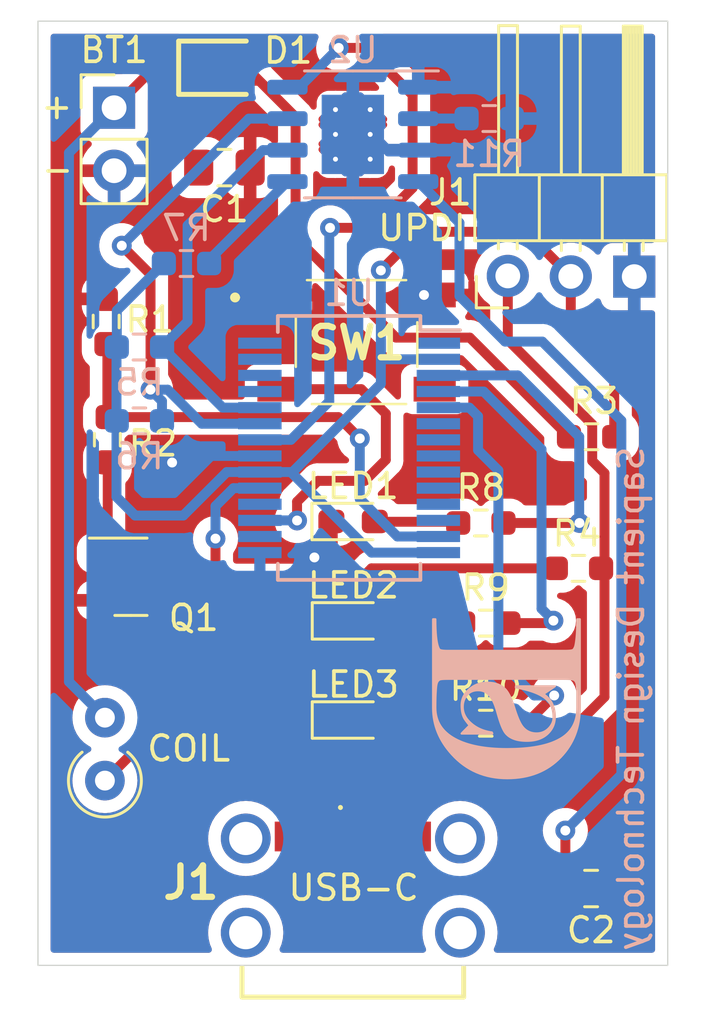
<source format=kicad_pcb>
(kicad_pcb (version 20211014) (generator pcbnew)
  (layers (0 "F.Cu" signal) (31 "B.Cu" signal) (34 "B.Paste" user) (35 "F.Paste" user) (36 "B.SilkS" user "B.Silkscreen") (37 "F.SilkS" user "F.Silkscreen") (38 "B.Mask" user) (39 "F.Mask" user) (44 "Edge.Cuts" user))
  (net 0 "")
  (net 1 "GND")
  (net 2 "Net-(C2-Pad2)")
  (net 3 "Net-(D2-Pad2)")
  (net 4 "Net-(D3-Pad2)")
  (net 5 "Net-(BT1-Pad1)")
  (net 6 "Net-(J1-Pad3)")
  (net 9 "Net-(L1-Pad1)")
  (net 10 "Net-(D4-Pad2)")
  (net 11 "Net-(R5-Pad2)")
  (net 22 "Net-(U1-Pad22)")
  (net 23 "Net-(R8-Pad2)")
  (net 30 "Net-(Q1-Pad1)")
  (net 31 "Net-(R6-Pad2)")
  (net 32 "Net-(SW1-Pad3)")
  (net 33 "Net-(R4-Pad1)")
  (net 34 "Net-(R9-Pad2)")
  (net 35 "Net-(R11-Pad1)")
  (net 36 "Net-(R1-Pad2)")
  (net 37 "Net-(R7-Pad1)")
  (net 38 "Net-(R10-Pad2)")
  (net 39 "Net-(J1-Pad2)")
  (net 41 "Net-(C1-Pad2)")
  (net 42 "Net-(L1-Pad2)")
  (footprint "SamacSys:USB4125GFA0190" (layer "F.Cu") (at 101.6 86.78)
    (fp_text reference "J1" (at -6.53 -1.22) (layer "F.SilkS") (effects (font (size 1.27 1.27) (thickness 0.254))))
    (fp_text value "USB4125GFA0190" hide)
    (pad "A5" smd rect locked (at -0.5 -3.08) (size 0.7 1.2) (layers "F.Cu" "F.Paste" "F.Mask") (net 6 "Net-(J1-Pad3)"))
    (pad "A9" smd rect locked (at 1.52 -3.08) (size 0.76 1.2) (layers "F.Cu" "F.Paste" "F.Mask") (net 2 "Net-(C2-Pad2)"))
    (pad "A12" smd rect locked (at 2.75 -3.08) (size 0.8 1.2) (layers "F.Cu" "F.Paste" "F.Mask") (net 1 "GND"))
    (pad "B5" smd rect locked (at 0.5 -3.08) (size 0.7 1.2) (layers "F.Cu" "F.Paste" "F.Mask") (net 6 "Net-(J1-Pad3)"))
    (pad "B9" smd rect locked (at -1.52 -3.08) (size 0.76 1.2) (layers "F.Cu" "F.Paste" "F.Mask") (net 2 "Net-(C2-Pad2)"))
    (pad "B12" smd rect locked (at -2.75 -3.08) (size 0.8 1.2) (layers "F.Cu" "F.Paste" "F.Mask") (net 1 "GND"))
    (pad "MH1" thru_hole circle locked (at -4.32 -3) (size 2.01 2.01) (drill 1.34) (layers *.Cu *.Mask))
    (pad "MH2" thru_hole circle locked (at -4.32 0.8) (size 2.01 2.01) (drill 1.34) (layers *.Cu *.Mask))
    (pad "MH3" thru_hole circle locked (at 4.32 0.8) (size 2.01 2.01) (drill 1.34) (layers *.Cu *.Mask))
    (pad "MH4" thru_hole circle locked (at 4.32 -3) (size 2.01 2.01) (drill 1.34) (layers *.Cu *.Mask))
  )
  (footprint "Resistor_SMD:R_0603_1608Metric_Pad0.98x0.95mm_HandSolder" (layer "F.Cu") (at 110.7 72.88)
    (fp_text reference "R4" (at -0.06 -1.4) (layer "F.SilkS"))
    (fp_text value "4.7K")
    (pad "1" smd roundrect (at -0.9125 0) (size 0.975 0.95) (layers "F.Cu" "F.Paste" "F.Mask") (net 33 "Net-(R4-Pad1)"))
    (pad "2" smd roundrect (at 0.9125 0) (size 0.975 0.95) (layers "F.Cu" "F.Paste" "F.Mask") (net 6 "Net-(J1-Pad3)"))
  )
  (footprint "LED_SMD:LED_0603_1608Metric_Pad1.05x0.95mm_HandSolder" (layer "F.Cu") (at 101.6225 79)
    (fp_text reference "LED3" (at 0 -1.43) (layer "F.SilkS"))
    (fp_text value "LED")
    (pad "1" smd roundrect (at -0.875 0) (size 1.05 0.95) (layers "F.Cu" "F.Paste" "F.Mask") (net 1 "GND"))
    (pad "2" smd roundrect (at 0.875 0) (size 1.05 0.95) (layers "F.Cu" "F.Paste" "F.Mask") (net 10 "Net-(D4-Pad2)"))
  )
  (footprint "Resistor_SMD:R_0603_1608Metric_Pad0.98x0.95mm_HandSolder" (layer "F.Cu") (at 106.7625 71.05)
    (fp_text reference "R8" (at 0 -1.43) (layer "F.SilkS"))
    (fp_text value "1K")
    (pad "1" smd roundrect (at -0.9125 0) (size 0.975 0.95) (layers "F.Cu" "F.Paste" "F.Mask") (net 3 "Net-(D2-Pad2)"))
    (pad "2" smd roundrect (at 0.9125 0) (size 0.975 0.95) (layers "F.Cu" "F.Paste" "F.Mask") (net 23 "Net-(R8-Pad2)"))
  )
  (footprint "LED_SMD:LED_0603_1608Metric_Pad1.05x0.95mm_HandSolder" (layer "F.Cu") (at 101.6225 75)
    (fp_text reference "LED2" (at 0 -1.43) (layer "F.SilkS"))
    (fp_text value "LED")
    (pad "1" smd roundrect (at -0.875 0) (size 1.05 0.95) (layers "F.Cu" "F.Paste" "F.Mask") (net 1 "GND"))
    (pad "2" smd roundrect (at 0.875 0) (size 1.05 0.95) (layers "F.Cu" "F.Paste" "F.Mask") (net 4 "Net-(D3-Pad2)"))
  )
  (footprint "Connector_PinHeader_2.54mm:PinHeader_1x03_P2.54mm_Horizontal" (layer "F.Cu") (at 107.85 61.1 90)
    (fp_text reference "J1" (at 3.39 -2.32) (layer "F.SilkS"))
    (fp_text value "Conn_01x03_Male")
    (pad "1" thru_hole rect (at -0.01 5.1 90) (size 1.7 1.7) (drill 1) (layers *.Cu *.Mask) (net 1 "GND"))
    (pad "2" thru_hole oval (at 0 2.54 90) (size 1.7 1.7) (drill 1) (layers *.Cu *.Mask) (net 39 "Net-(J1-Pad2)"))
    (pad "3" thru_hole oval (at 0.02 0 90) (size 1.7 1.7) (drill 1) (layers *.Cu *.Mask) (net 6 "Net-(J1-Pad3)"))
  )
  (footprint "SamacSys:814375651" (layer "F.Cu") (at 101.75 63.75)
    (fp_text reference "SW1" (at 0.01 0.04) (layer "F.SilkS") (effects (font (size 1.27 1.27) (thickness 0.254))))
    (fp_text value "btn" hide)
    (pad "1" smd rect locked (at -3.15 -1.9 90) (size 1 1.7) (layers "F.Cu" "F.Paste" "F.Mask") (net 1 "GND"))
    (pad "2" smd rect locked (at 3.15 -1.9 90) (size 1 1.7) (layers "F.Cu" "F.Paste" "F.Mask") (net 1 "GND"))
    (pad "3" smd rect locked (at -3.15 1.9 90) (size 1 1.7) (layers "F.Cu" "F.Paste" "F.Mask") (net 32 "Net-(SW1-Pad3)"))
    (pad "4" smd rect locked (at 3.15 1.9 90) (size 1 1.7) (layers "F.Cu" "F.Paste" "F.Mask"))
  )
  (footprint "Resistor_SMD:R_0603_1608Metric_Pad0.98x0.95mm_HandSolder" (layer "F.Cu") (at 91.65 62.92 -90)
    (fp_text reference "R1" (at -0.08 -1.76) (layer "F.SilkS"))
    (fp_text value "100K")
    (pad "1" smd roundrect (at -0.9125 0 270) (size 0.975 0.95) (layers "F.Cu" "F.Paste" "F.Mask") (net 1 "GND"))
    (pad "2" smd roundrect (at 0.9125 0 270) (size 0.975 0.95) (layers "F.Cu" "F.Paste" "F.Mask") (net 36 "Net-(R1-Pad2)"))
  )
  (footprint "Inductor_THT:L_Axial_L6.6mm_D2.7mm_P2.54mm_Vertical_Vishay_IM-2" (layer "F.Cu") (at 91.6 81.445 90)
    (fp_text reference "COIL" (at 1.295 3.38) (layer "F.SilkS"))
    (fp_text value "2 Ohm")
    (pad "1" thru_hole circle (at 0 0 90) (size 1.6 1.6) (drill 0.8) (layers *.Cu *.Mask) (net 9 "Net-(L1-Pad1)"))
    (pad "2" thru_hole oval (at 2.54 0 90) (size 1.6 1.6) (drill 0.8) (layers *.Cu *.Mask) (net 42 "Net-(L1-Pad2)"))
  )
  (footprint "Resistor_SMD:R_0603_1608Metric_Pad0.98x0.95mm_HandSolder" (layer "F.Cu") (at 91.7 67.69 90)
    (fp_text reference "R2" (at -0.15 1.84) (layer "F.SilkS"))
    (fp_text value "4.7K")
    (pad "1" smd roundrect (at -0.9125 0 90) (size 0.975 0.95) (layers "F.Cu" "F.Paste" "F.Mask") (net 30 "Net-(Q1-Pad1)"))
    (pad "2" smd roundrect (at 0.9125 0 90) (size 0.975 0.95) (layers "F.Cu" "F.Paste" "F.Mask") (net 36 "Net-(R1-Pad2)"))
  )
  (footprint "Resistor_SMD:R_0603_1608Metric_Pad0.98x0.95mm_HandSolder" (layer "F.Cu") (at 106.96 79.13)
    (fp_text reference "R10" (at 0 -1.43) (layer "F.SilkS"))
    (fp_text value "1K")
    (pad "1" smd roundrect (at -0.9125 0) (size 0.975 0.95) (layers "F.Cu" "F.Paste" "F.Mask") (net 10 "Net-(D4-Pad2)"))
    (pad "2" smd roundrect (at 0.9125 0) (size 0.975 0.95) (layers "F.Cu" "F.Paste" "F.Mask") (net 38 "Net-(R10-Pad2)"))
  )
  (footprint "LED_SMD:LED_0603_1608Metric_Pad1.05x0.95mm_HandSolder" (layer "F.Cu") (at 101.61 70.99)
    (fp_text reference "LED1" (at 0 -1.43) (layer "F.SilkS"))
    (fp_text value "LED")
    (pad "1" smd roundrect (at -0.875 0) (size 1.05 0.95) (layers "F.Cu" "F.Paste" "F.Mask") (net 1 "GND"))
    (pad "2" smd roundrect (at 0.875 0) (size 1.05 0.95) (layers "F.Cu" "F.Paste" "F.Mask") (net 3 "Net-(D2-Pad2)"))
  )
  (footprint "Capacitor_SMD:C_0805_2012Metric_Pad1.18x1.45mm_HandSolder" (layer "F.Cu") (at 111.21 85.8 180)
    (fp_text reference "C2" (at 0 -1.68) (layer "F.SilkS"))
    (fp_text value "10uF")
    (pad "1" smd roundrect (at -1.0375 0 180) (size 1.175 1.45) (layers "F.Cu" "F.Paste" "F.Mask") (roundrect_rratio 0.2127659574) (net 1 "GND"))
    (pad "2" smd roundrect (at 1.0375 0 180) (size 1.175 1.45) (layers "F.Cu" "F.Paste" "F.Mask") (roundrect_rratio 0.2127659574) (net 2 "Net-(C2-Pad2)"))
  )
  (footprint "Package_TO_SOT_SMD:SOT-23" (layer "F.Cu") (at 92.65 73.22)
    (fp_text reference "Q1" (at 2.53 1.66) (layer "F.SilkS"))
    (fp_text value "AO3400A")
    (pad "1" smd roundrect (at -0.9375 -0.95) (size 1.475 0.6) (layers "F.Cu" "F.Paste" "F.Mask") (net 30 "Net-(Q1-Pad1)"))
    (pad "2" smd roundrect (at -0.9375 0.95) (size 1.475 0.6) (layers "F.Cu" "F.Paste" "F.Mask") (net 1 "GND"))
    (pad "3" smd roundrect (at 0.9375 0) (size 1.475 0.6) (layers "F.Cu" "F.Paste" "F.Mask") (net 9 "Net-(L1-Pad1)"))
  )
  (footprint "Capacitor_SMD:C_0805_2012Metric_Pad1.18x1.45mm_HandSolder" (layer "F.Cu") (at 96.42 56.71 180)
    (fp_text reference "C1" (at 0 -1.68 180) (layer "F.SilkS"))
    (fp_text value "10uF")
    (pad "1" smd roundrect (at -1.0375 0 180) (size 1.175 1.45) (layers "F.Cu" "F.Paste" "F.Mask") (roundrect_rratio 0.2127659574) (net 1 "GND"))
    (pad "2" smd roundrect (at 1.0375 0 180) (size 1.175 1.45) (layers "F.Cu" "F.Paste" "F.Mask") (roundrect_rratio 0.2127659574) (net 5 "Net-(BT1-Pad1)"))
  )
  (footprint "Connector_PinHeader_2.54mm:PinHeader_1x02_P2.54mm_Vertical" (layer "F.Cu") (at 91.97 54.295)
    (fp_text reference "BT1" (at 0 -2.33) (layer "F.SilkS"))
    (fp_text value "Battery_Cell")
    (pad "1" thru_hole rect (at 0 0) (size 1.7 1.7) (drill 1) (layers *.Cu *.Mask) (net 42 "Net-(L1-Pad2)"))
    (pad "2" thru_hole oval (at 0 2.54) (size 1.7 1.7) (drill 1) (layers *.Cu *.Mask) (net 1 "GND"))
  )
  (footprint "SamacSys:DIOC2013X100N" (layer "F.Cu") (at 96.35 52.68)
    (fp_text reference "D1" (at 2.64 -0.69) (layer "F.SilkS"))
    (fp_text value "D_Schottky" hide)
    (pad "1" smd rect locked (at -0.95 0) (size 0.95 1.45) (layers "F.Cu" "F.Paste" "F.Mask") (net 42 "Net-(L1-Pad2)"))
    (pad "2" smd rect locked (at 0.95 0) (size 0.95 1.45) (layers "F.Cu" "F.Paste" "F.Mask") (net 41 "Net-(C1-Pad2)"))
  )
  (footprint "Resistor_SMD:R_0603_1608Metric_Pad0.98x0.95mm_HandSolder" (layer "F.Cu") (at 106.9625 75.09)
    (fp_text reference "R9" (at 0 -1.43) (layer "F.SilkS"))
    (fp_text value "1K")
    (pad "1" smd roundrect (at -0.9125 0) (size 0.975 0.95) (layers "F.Cu" "F.Paste" "F.Mask") (net 4 "Net-(D3-Pad2)"))
    (pad "2" smd roundrect (at 0.9125 0) (size 0.975 0.95) (layers "F.Cu" "F.Paste" "F.Mask") (net 34 "Net-(R9-Pad2)"))
  )
  (footprint "Resistor_SMD:R_0603_1608Metric_Pad0.98x0.95mm_HandSolder" (layer "F.Cu") (at 111.23 67.57)
    (fp_text reference "R3" (at 0.1 -1.44) (layer "F.SilkS"))
    (fp_text value "100")
    (pad "1" smd roundrect (at -0.9125 0) (size 0.975 0.95) (layers "F.Cu" "F.Paste" "F.Mask") (net 41 "Net-(C1-Pad2)"))
    (pad "2" smd roundrect (at 0.9125 0) (size 0.975 0.95) (layers "F.Cu" "F.Paste" "F.Mask") (net 39 "Net-(J1-Pad2)"))
  )
  (footprint "Package_SO:SSOP-28_5.3x10.2mm_P0.65mm" (layer "B.Cu") (at 101.45 68.02 180)
    (fp_text reference "U1" (at 0 6.25) (layer "B.SilkS") (effects (justify mirror)))
    (fp_text value "ATmega3208-X")
    (pad "1" smd rect (at -3.6 4.225 180) (size 1.75 0.45) (layers "B.Cu" "B.Paste" "B.Mask"))
    (pad "2" smd rect (at -3.6 3.575 180) (size 1.75 0.45) (layers "B.Cu" "B.Paste" "B.Mask") (net 39 "Net-(J1-Pad2)"))
    (pad "3" smd rect (at -3.6 2.925 180) (size 1.75 0.45) (layers "B.Cu" "B.Paste" "B.Mask") (net 23 "Net-(R8-Pad2)"))
    (pad "4" smd rect (at -3.6 2.275 180) (size 1.75 0.45) (layers "B.Cu" "B.Paste" "B.Mask") (net 34 "Net-(R9-Pad2)"))
    (pad "5" smd rect (at -3.6 1.625 180) (size 1.75 0.45) (layers "B.Cu" "B.Paste" "B.Mask") (net 38 "Net-(R10-Pad2)"))
    (pad "6" smd rect (at -3.6 0.975 180) (size 1.75 0.45) (layers "B.Cu" "B.Paste" "B.Mask"))
    (pad "7" smd rect (at -3.6 0.325 180) (size 1.75 0.45) (layers "B.Cu" "B.Paste" "B.Mask"))
    (pad "8" smd rect (at -3.6 -0.325 180) (size 1.75 0.45) (layers "B.Cu" "B.Paste" "B.Mask"))
    (pad "9" smd rect (at -3.6 -0.975 180) (size 1.75 0.45) (layers "B.Cu" "B.Paste" "B.Mask"))
    (pad "10" smd rect (at -3.6 -1.625 180) (size 1.75 0.45) (layers "B.Cu" "B.Paste" "B.Mask"))
    (pad "11" smd rect (at -3.6 -2.275 180) (size 1.75 0.45) (layers "B.Cu" "B.Paste" "B.Mask"))
    (pad "12" smd rect (at -3.6 -2.925 180) (size 1.75 0.45) (layers "B.Cu" "B.Paste" "B.Mask"))
    (pad "13" smd rect (at -3.6 -3.575 180) (size 1.75 0.45) (layers "B.Cu" "B.Paste" "B.Mask") (net 36 "Net-(R1-Pad2)"))
    (pad "14" smd rect (at -3.6 -4.225 180) (size 1.75 0.45) (layers "B.Cu" "B.Paste" "B.Mask") (net 39 "Net-(J1-Pad2)"))
    (pad "15" smd rect (at 3.6 -4.225 180) (size 1.75 0.45) (layers "B.Cu" "B.Paste" "B.Mask") (net 1 "GND"))
    (pad "16" smd rect (at 3.6 -3.575 180) (size 1.75 0.45) (layers "B.Cu" "B.Paste" "B.Mask"))
    (pad "17" smd rect (at 3.6 -2.925 180) (size 1.75 0.45) (layers "B.Cu" "B.Paste" "B.Mask") (net 32 "Net-(SW1-Pad3)"))
    (pad "18" smd rect (at 3.6 -2.275 180) (size 1.75 0.45) (layers "B.Cu" "B.Paste" "B.Mask"))
    (pad "19" smd rect (at 3.6 -1.625 180) (size 1.75 0.45) (layers "B.Cu" "B.Paste" "B.Mask") (net 33 "Net-(R4-Pad1)"))
    (pad "20" smd rect (at 3.6 -0.975 180) (size 1.75 0.45) (layers "B.Cu" "B.Paste" "B.Mask") (net 39 "Net-(J1-Pad2)"))
    (pad "21" smd rect (at 3.6 -0.325 180) (size 1.75 0.45) (layers "B.Cu" "B.Paste" "B.Mask") (net 1 "GND"))
    (pad "22" smd rect (at 3.6 0.325 180) (size 1.75 0.45) (layers "B.Cu" "B.Paste" "B.Mask") (net 22 "Net-(U1-Pad22)"))
    (pad "23" smd rect (at 3.6 0.975 180) (size 1.75 0.45) (layers "B.Cu" "B.Paste" "B.Mask") (net 31 "Net-(R6-Pad2)"))
    (pad "24" smd rect (at 3.6 1.625 180) (size 1.75 0.45) (layers "B.Cu" "B.Paste" "B.Mask") (net 11 "Net-(R5-Pad2)"))
    (pad "25" smd rect (at 3.6 2.275 180) (size 1.75 0.45) (layers "B.Cu" "B.Paste" "B.Mask"))
    (pad "26" smd rect (at 3.6 2.925 180) (size 1.75 0.45) (layers "B.Cu" "B.Paste" "B.Mask"))
    (pad "27" smd rect (at 3.6 3.575 180) (size 1.75 0.45) (layers "B.Cu" "B.Paste" "B.Mask"))
    (pad "28" smd rect (at 3.6 4.225 180) (size 1.75 0.45) (layers "B.Cu" "B.Paste" "B.Mask"))
  )
  (footprint "Resistor_SMD:R_0603_1608Metric_Pad0.98x0.95mm_HandSolder" (layer "B.Cu") (at 94.89 60.58 180)
    (fp_text reference "R7" (at 0 1.43) (layer "B.SilkS") (effects (justify mirror)))
    (fp_text value "100K")
    (pad "1" smd roundrect (at -0.9125 0 180) (size 0.975 0.95) (layers "B.Cu" "B.Paste" "B.Mask") (net 37 "Net-(R7-Pad1)"))
    (pad "2" smd roundrect (at 0.9125 0 180) (size 0.975 0.95) (layers "B.Cu" "B.Paste" "B.Mask") (net 39 "Net-(J1-Pad2)"))
  )
  (footprint "Package_SO:SOIC-8-1EP_3.9x4.9mm_P1.27mm_EP2.514x3.2mm_ThermalVias" (layer "B.Cu") (at 101.6 55.37 180)
    (fp_text reference "U2" (at 0 3.4) (layer "B.SilkS") (effects (justify mirror)))
    (fp_text value "TP4056")
    (pad "1" smd roundrect (at -2.6375 1.905 180) (size 1.625 0.6) (layers "B.Cu" "B.Paste" "B.Mask") (net 1 "GND"))
    (pad "2" smd roundrect (at -2.6375 0.635 180) (size 1.625 0.6) (layers "B.Cu" "B.Paste" "B.Mask") (net 35 "Net-(R11-Pad1)"))
    (pad "3" smd roundrect (at -2.6375 -0.635 180) (size 1.625 0.6) (layers "B.Cu" "B.Paste" "B.Mask") (net 1 "GND"))
    (pad "4" smd roundrect (at -2.6375 -1.905 180) (size 1.625 0.6) (layers "B.Cu" "B.Paste" "B.Mask") (net 2 "Net-(C2-Pad2)"))
    (pad "5" smd roundrect (at 2.6375 -1.905 180) (size 1.625 0.6) (layers "B.Cu" "B.Paste" "B.Mask") (net 37 "Net-(R7-Pad1)"))
    (pad "6" smd roundrect (at 2.6375 -0.635 180) (size 1.625 0.6) (layers "B.Cu" "B.Paste" "B.Mask") (net 11 "Net-(R5-Pad2)"))
    (pad "7" smd roundrect (at 2.6375 0.635 180) (size 1.625 0.6) (layers "B.Cu" "B.Paste" "B.Mask") (net 31 "Net-(R6-Pad2)"))
    (pad "8" smd roundrect (at 2.6375 1.905 180) (size 1.625 0.6) (layers "B.Cu" "B.Paste" "B.Mask") (net 22 "Net-(U1-Pad22)"))
    (pad "9" thru_hole circle (at 0.7 0 180) (size 0.5 0.5) (drill 0.2) (layers *.Cu) (net 1 "GND"))
    (pad "9" smd rect (at 0 0 180) (size 1.9 2.5) (layers "F.Cu") (net 1 "GND"))
    (pad "9" thru_hole circle (at -0.7 -1 180) (size 0.5 0.5) (drill 0.2) (layers *.Cu) (net 1 "GND"))
    (pad "9" smd rect (at 0 0 180) (size 2.514 3.2) (layers "B.Cu" "B.Mask") (net 1 "GND"))
    (pad "9" thru_hole circle (at 0.7 -1 180) (size 0.5 0.5) (drill 0.2) (layers *.Cu) (net 1 "GND"))
    (pad "9" thru_hole circle (at -0.7 1 180) (size 0.5 0.5) (drill 0.2) (layers *.Cu) (net 1 "GND"))
    (pad "9" thru_hole circle (at 0.7 1 180) (size 0.5 0.5) (drill 0.2) (layers *.Cu) (net 1 "GND"))
    (pad "9" thru_hole circle (at -0.7 0 180) (size 0.5 0.5) (drill 0.2) (layers *.Cu) (net 1 "GND"))
  )
  (footprint "Resistor_SMD:R_0603_1608Metric_Pad0.98x0.95mm_HandSolder" (layer "B.Cu") (at 92.99 66.93)
    (fp_text reference "R6" (at 0 1.43) (layer "B.SilkS") (effects (justify mirror)))
    (fp_text value "4.7K")
    (pad "1" smd roundrect (at -0.9125 0) (size 0.975 0.95) (layers "B.Cu" "B.Paste" "B.Mask") (net 39 "Net-(J1-Pad2)"))
    (pad "2" smd roundrect (at 0.9125 0) (size 0.975 0.95) (layers "B.Cu" "B.Paste" "B.Mask") (net 31 "Net-(R6-Pad2)"))
  )
  (footprint "Resistor_SMD:R_0603_1608Metric_Pad0.98x0.95mm_HandSolder" (layer "B.Cu") (at 107.1 54.73)
    (fp_text reference "R11" (at 0 1.43) (layer "B.SilkS") (effects (justify mirror)))
    (fp_text value "2.8K")
    (pad "1" smd roundrect (at -0.9125 0) (size 0.975 0.95) (layers "B.Cu" "B.Paste" "B.Mask") (net 35 "Net-(R11-Pad1)"))
    (pad "2" smd roundrect (at 0.9125 0) (size 0.975 0.95) (layers "B.Cu" "B.Paste" "B.Mask") (net 1 "GND"))
  )
  (footprint "Resistor_SMD:R_0603_1608Metric_Pad0.98x0.95mm_HandSolder" (layer "B.Cu") (at 92.9925 63.95)
    (fp_text reference "R5" (at 0 1.43) (layer "B.SilkS") (effects (justify mirror)))
    (fp_text value "4.7K")
    (pad "1" smd roundrect (at -0.9125 0) (size 0.975 0.95) (layers "B.Cu" "B.Paste" "B.Mask") (net 39 "Net-(J1-Pad2)"))
    (pad "2" smd roundrect (at 0.9125 0) (size 0.975 0.95) (layers "B.Cu" "B.Paste" "B.Mask") (net 11 "Net-(R5-Pad2)"))
  )
  (gr_poly (pts (xy 105.987127 78.407366) (xy 105.988325 78.361318) (xy 105.991919 78.316045) (xy 105.997909 78.271545) (xy 106.006295 78.227818) (xy 106.017078 78.184866) (xy 106.030256 78.142687) (xy 106.045831 78.101282) (xy 106.063803 78.060651) (xy 106.08417 78.020794) (xy 106.106934 77.98171) (xy 106.132094 77.943401) (xy 106.15965 77.905865) (xy 106.189603 77.869103) (xy 106.221952 77.833115) (xy 106.256698 77.797901) (xy 106.29384 77.763461) (xy 106.332002 77.731072) (xy 106.371228 77.700772) (xy 106.411519 77.672562) (xy 106.452874 77.646441) (xy 106.495294 77.622411) (xy 106.538779 77.600469) (xy 106.583329 77.580618) (xy 106.628944 77.562856) (xy 106.675623 77.547184) (xy 106.723367 77.533601) (xy 106.772176 77.522108) (xy 106.82205 77.512705) (xy 106.87299 77.505391) (xy 106.924994 77.500167) (xy 106.978063 77.497032) (xy 107.032197 77.495987) (xy 107.092344 77.497148) (xy 107.150672 77.50063) (xy 107.207181 77.506434) (xy 107.26187 77.514559) (xy 107.314739 77.525006) (xy 107.36579 77.537774) (xy 107.415021 77.552865) (xy 107.462433 77.570277) (xy 107.508025 77.590011) (xy 107.551798 77.612066) (xy 107.593752 77.636444) (xy 107.633887 77.663144) (xy 107.672202 77.692166) (xy 107.708699 77.72351) (xy 107.743376 77.757176) (xy 107.776233 77.793164) (xy 107.797512 77.819768) (xy 107.818746 77.84881) (xy 107.839936 77.880289) (xy 107.861082 77.914205) (xy 107.882184 77.950559) (xy 107.903241 77.989351) (xy 107.924255 78.030581) (xy 107.945223 78.074248) (xy 107.966147 78.120354) (xy 107.987027 78.168897) (xy 108.007862 78.219878) (xy 108.028652 78.273298) (xy 108.049397 78.329155) (xy 108.070098 78.387451) (xy 108.090753 78.448186) (xy 108.111364 78.511359) (xy 108.150931 78.636503) (xy 108.190151 78.751897) (xy 108.229024 78.857542) (xy 108.267546 78.953435) (xy 108.305715 79.039577) (xy 108.343529 79.115967) (xy 108.380986 79.182605) (xy 108.39958 79.212267) (xy 108.418084 79.23949) (xy 108.445684 79.276077) (xy 108.474526 79.310304) (xy 108.504611 79.342171) (xy 108.535938 79.371677) (xy 108.568507 79.398824) (xy 108.602318 79.42361) (xy 108.637372 79.446036) (xy 108.673668 79.466101) (xy 108.711206 79.483806) (xy 108.749988 79.49915) (xy 108.790011 79.512134) (xy 108.831277 79.522757) (xy 108.873786 79.53102) (xy 108.917538 79.536922) (xy 108.962532 79.540463) (xy 109.00877 79.541643) (xy 109.046708 79.540773) (xy 109.083847 79.53816) (xy 109.120187 79.533806) (xy 109.155729 79.52771) (xy 109.190471 79.519874) (xy 109.224414 79.510295) (xy 109.257559 79.498976) (xy 109.289905 79.485915) (xy 109.321452 79.471113) (xy 109.352201 79.45457) (xy 109.382151 79.436286) (xy 109.411303 79.416261) (xy 109.439656 79.394495) (xy 109.467211 79.370989) (xy 109.493968 79.345741) (xy 109.519926 79.318753) (xy 109.541247 79.294451) (xy 109.561193 79.269839) (xy 109.579763 79.244918) (xy 109.596958 79.219686) (xy 109.612777 79.194145) (xy 109.62722 79.168294) (xy 109.640288 79.142133) (xy 109.65198 79.115663) (xy 109.662297 79.088883) (xy 109.671238 79.061794) (xy 109.678803 79.034395) (xy 109.684994 79.006687) (xy 109.689808 78.97867) (xy 109.693247 78.950343) (xy 109.69531 78.921707) (xy 109.695998 78.892762) (xy 109.694733 78.831159) (xy 109.690938 78.771412) (xy 109.684613 78.713523) (xy 109.675759 78.657492) (xy 109.664375 78.603318) (xy 109.650462 78.551001) (xy 109.634019 78.500542) (xy 109.615048 78.45194) (xy 109.593548 78.405196) (xy 109.56952 78.360308) (xy 109.542963 78.317279) (xy 109.513878 78.276106) (xy 109.482264 78.236791) (xy 109.448123 78.199334) (xy 109.411454 78.163734) (xy 109.372258 78.129991) (xy 109.351334 78.11341) (xy 109.329745 78.0971) (xy 109.307491 78.081061) (xy 109.284573 78.065293) (xy 109.260989 78.049795) (xy 109.23674 78.034568) (xy 109.211826 78.019612) (xy 109.186246 78.004926) (xy 109.160001 77.990512) (xy 109.133091 77.976368) (xy 109.105515 77.962495) (xy 109.077273 77.948893) (xy 109.048365 77.935561) (xy 109.018791 77.922501) (xy 108.98855 77.909712) (xy 108.957644 77.897193) (xy 108.880791 77.867857) (xy 108.797901 77.839297) (xy 108.708974 77.811511) (xy 108.614012 77.7845) (xy 108.513015 77.758264) (xy 108.405983 77.732803) (xy 108.292918 77.708115) (xy 108.173821 77.684201) (xy 108.179325 77.639679) (xy 109.74694 77.639679) (xy 109.735949 77.647802) (xy 109.711463 77.66475) (xy 109.622007 77.725121) (xy 109.478585 77.820787) (xy 109.281207 77.95174) (xy 109.311891 77.973024) (xy 109.341466 77.994771) (xy 109.36993 78.016982) (xy 109.397284 78.039658) (xy 109.423529 78.062797) (xy 109.448664 78.086401) (xy 109.472689 78.110468) (xy 109.495605 78.135) (xy 109.517412 78.159997) (xy 109.53811 78.185457) (xy 109.557699 78.211382) (xy 109.576179 78.237771) (xy 109.59355 78.264625) (xy 109.609813 78.291943) (xy 109.624967 78.319726) (xy 109.639013 78.347973) (xy 109.652073 78.377305) (xy 109.664293 78.407102) (xy 109.675672 78.437363) (xy 109.68621 78.468089) (xy 109.695908 78.499279) (xy 109.704763 78.530934) (xy 109.712777 78.563053) (xy 109.719949 78.595637) (xy 109.726278 78.628684) (xy 109.731765 78.662197) (xy 109.736408 78.696174) (xy 109.740208 78.730615) (xy 109.743164 78.76552) (xy 109.745276 78.80089) (xy 109.746543 78.836724) (xy 109.746966 78.873023) (xy 109.745946 78.920251) (xy 109.742885 78.966588) (xy 109.737783 79.012035) (xy 109.73064 79.056592) (xy 109.721456 79.100258) (xy 109.710232 79.143035) (xy 109.696966 79.184921) (xy 109.681659 79.225917) (xy 109.664311 79.266023) (xy 109.644922 79.30524) (xy 109.623491 79.343566) (xy 109.600019 79.381002) (xy 109.574506 79.417549) (xy 109.546951 79.453206) (xy 109.517354 79.487974) (xy 109.485716 79.521851) (xy 109.446379 79.56024) (xy 109.405046 79.596152) (xy 109.361716 79.629587) (xy 109.316389 79.660546) (xy 109.269066 79.689029) (xy 109.219745 79.715035) (xy 109.168428 79.738564) (xy 109.115114 79.759617) (xy 109.059803 79.778193) (xy 109.002496 79.794292) (xy 108.943192 79.807915) (xy 108.881891 79.819061) (xy 108.818593 79.82773) (xy 108.753299 79.833922) (xy 108.686008 79.837637) (xy 108.61672 79.838876) (xy 108.543504 79.837677) (xy 108.47295 79.834078) (xy 108.405058 79.828081) (xy 108.339829 79.819685) (xy 108.277262 79.80889) (xy 108.217358 79.795695) (xy 108.160116 79.780101) (xy 108.105537 79.762107) (xy 108.05362 79.741714) (xy 108.004365 79.71892) (xy 107.957773 79.693727) (xy 107.913844 79.666134) (xy 107.872577 79.63614) (xy 107.833972 79.603746) (xy 107.79803 79.568951) (xy 107.764751 79.531756) (xy 107.745516 79.506582) (xy 107.726148 79.47812) (xy 107.706646 79.44637) (xy 107.687011 79.41133) (xy 107.667243 79.373002) (xy 107.647341 79.331385) (xy 107.627307 79.286479) (xy 107.607138 79.238283) (xy 107.586837 79.186799) (xy 107.566403 79.132026) (xy 107.545835 79.073963) (xy 107.525134 79.012611) (xy 107.5043 78.947969) (xy 107.483332 78.880038) (xy 107.462232 78.808818) (xy 107.440998 78.734308) (xy 107.409131 78.620697) (xy 107.376027 78.515136) (xy 107.341685 78.417624) (xy 107.306103 78.328161) (xy 107.287847 78.286448) (xy 107.26928 78.246747) (xy 107.250403 78.209058) (xy 107.231216 78.173382) (xy 107.211717 78.139717) (xy 107.191908 78.108065) (xy 107.171788 78.078424) (xy 107.151357 78.050796) (xy 107.126772 78.020205) (xy 107.1013 77.991586) (xy 107.074941 77.964941) (xy 107.047695 77.940269) (xy 107.019562 77.91757) (xy 106.990541 77.896845) (xy 106.960633 77.878093) (xy 106.929838 77.861315) (xy 106.898155 77.84651) (xy 106.865585 77.833679) (xy 106.832127 77.822821) (xy 106.797783 77.813938) (xy 106.76255 77.807028) (xy 106.72643 77.802093) (xy 106.689423 77.799131) (xy 106.651528 77.798144) (xy 106.612368 77.799054) (xy 106.574406 77.801782) (xy 106.537642 77.80633) (xy 106.502077 77.812696) (xy 106.467709 77.820882) (xy 106.434539 77.830886) (xy 106.402567 77.84271) (xy 106.371793 77.856353) (xy 106.342217 77.871815) (xy 106.31384 77.889096) (xy 106.286661 77.908196) (xy 106.260679 77.929115) (xy 106.235896 77.951854) (xy 106.212311 77.976411) (xy 106.189925 78.002788) (xy 106.168736 78.030984) (xy 106.152223 78.054784) (xy 106.136777 78.079124) (xy 106.122398 78.104005) (xy 106.109085 78.129427) (xy 106.096839 78.155391) (xy 106.085658 78.181895) (xy 106.075544 78.208941) (xy 106.066496 78.236529) (xy 106.058512 78.264658) (xy 106.051594 78.293328) (xy 106.045741 78.322541) (xy 106.040953 78.352295) (xy 106.037229 78.382591) (xy 106.034569 78.413429) (xy 106.032974 78.444809) (xy 106.032442 78.476731) (xy 106.033773 78.522858) (xy 106.037766 78.568367) (xy 106.044421 78.613257) (xy 106.053739 78.657528) (xy 106.065718 78.701181) (xy 106.08036 78.744215) (xy 106.097664 78.78663) (xy 106.11763 78.828426) (xy 106.140259 78.869602) (xy 106.165551 78.910159) (xy 106.193504 78.950097) (xy 106.224121 78.989415) (xy 106.257399 79.028113) (xy 106.293341 79.066191) (xy 106.331945 79.103649) (xy 106.373212 79.140487) (xy 106.415743 79.176145) (xy 106.459561 79.210061) (xy 106.504665 79.242235) (xy 106.551055 79.272668) (xy 106.598733 79.30136) (xy 106.647697 79.32831) (xy 106.697948 79.353518) (xy 106.749485 79.376986) (xy 106.80231 79.398712) (xy 106.856421 79.418697) (xy 106.91182 79.436941) (xy 106.968505 79.453444) (xy 107.026478 79.468206) (xy 107.085737 79.481228) (xy 107.146284 79.492509) (xy 107.208118 79.502049) (xy 107.225145 79.546679) (xy 105.986926 79.546679) (xy 105.999448 79.532909) (xy 106.019951 79.511399) (xy 106.048439 79.482149) (xy 106.084911 79.445159) (xy 106.181814 79.347958) (xy 106.31067 79.219793) (xy 106.229028 79.116088) (xy 106.19513 79.071896) (xy 106.165847 79.032812) (xy 106.141178 78.998836) (xy 106.121123 78.969967) (xy 106.105681 78.946206) (xy 106.094853 78.927554) (xy 106.081793 78.901723) (xy 106.069574 78.875004) (xy 106.058194 78.847394) (xy 106.047656 78.818895) (xy 106.037959 78.789505) (xy 106.029103 78.759226) (xy 106.021089 78.728057) (xy 106.013917 78.695998) (xy 106.007588 78.663049) (xy 106.002101 78.629209) (xy 105.997458 78.59448) (xy 105.993658 78.55886) (xy 105.990702 78.52235) (xy 105.98859 78.484949) (xy 105.987323 78.446658) (xy 105.9869 78.407477)) (layer "B.SilkS") (width 0.086) (fill solid))
  (gr_poly (pts (xy 104.928156 74.934562) (xy 104.929877 75.132699) (xy 104.935041 75.314207) (xy 104.943646 75.479084) (xy 104.955693 75.627331) (xy 104.971181 75.758948) (xy 104.990109 75.873934) (xy 105.012476 75.972289) (xy 105.02495 76.015229) (xy 105.038284 76.054012) (xy 105.042878 76.066305) (xy 105.047471 76.077953) (xy 105.052061 76.088957) (xy 105.056651 76.099316) (xy 105.061239 76.10903) (xy 105.065826 76.1181) (xy 105.070413 76.126524) (xy 105.074999 76.134302) (xy 105.079586 76.141435) (xy 105.084173 76.147923) (xy 105.08876 76.153764) (xy 105.093349 76.158959) (xy 105.097938 76.163508) (xy 105.102529 76.167411) (xy 105.107122 76.170667) (xy 105.111717 76.173276) (xy 105.121607 76.177728) (xy 105.132931 76.181891) (xy 105.14569 76.185767) (xy 105.159884 76.189354) (xy 105.175511 76.192654) (xy 105.192573 76.195667) (xy 105.211069 76.198391) (xy 105.230999 76.200829) (xy 105.252363 76.202979) (xy 105.275161 76.204843) (xy 105.299392 76.206419) (xy 105.325056 76.207708) (xy 105.352154 76.208711) (xy 105.380685 76.209427) (xy 105.442045 76.21) (xy 110.14 76.21) (xy 110.20552 76.209427) (xy 110.264443 76.207709) (xy 110.316769 76.204843) (xy 110.362499 76.20083) (xy 110.401634 76.195668) (xy 110.418728 76.192656) (xy 110.434174 76.189356) (xy 110.447971 76.185768) (xy 110.46012 76.181892) (xy 110.470621 76.177728) (xy 110.479474 76.173276) (xy 110.481781 76.172042) (xy 110.484105 76.170628) (xy 110.486447 76.169034) (xy 110.488806 76.167261) (xy 110.491182 76.165308) (xy 110.493576 76.163176) (xy 110.495988 76.160864) (xy 110.498417 76.158373) (xy 110.503328 76.152852) (xy 110.50831 76.146614) (xy 110.513362 76.139659) (xy 110.518485 76.131987) (xy 110.523678 76.123598) (xy 110.528943 76.114493) (xy 110.534278 76.104671) (xy 110.539685 76.094133) (xy 110.545163 76.082879) (xy 110.550713 76.070909) (xy 110.556335 76.058224) (xy 110.562028 76.044823) (xy 110.566587 76.030338) (xy 110.571071 76.014421) (xy 110.579819 75.978289) (xy 110.588273 75.936427) (xy 110.596437 75.888833) (xy 110.604312 75.835505) (xy 110.611901 75.776441) (xy 110.619206 75.711642) (xy 110.62623 75.641104) (xy 110.632687 75.565836) (xy 110.638288 75.486838) (xy 110.643031 75.404111) (xy 110.646916 75.317655) (xy 110.64994 75.227472) (xy 110.652102 75.133561) (xy 110.6534 75.035925) (xy 110.653833 74.934562) (xy 110.754752 74.934562) (xy 110.754752 78.503882) (xy 110.751742 78.650369) (xy 110.74271 78.793918) (xy 110.727656 78.934528) (xy 110.706582 79.0722) (xy 110.679486 79.206932) (xy 110.646368 79.338726) (xy 110.607229 79.467581) (xy 110.562068 79.593497) (xy 110.510886 79.716474) (xy 110.453682 79.836512) (xy 110.390456 79.953611) (xy 110.321208 80.06777) (xy 110.245939 80.17899) (xy 110.164647 80.287271) (xy 110.077334 80.392612) (xy 109.983999 80.495014) (xy 109.879878 80.598348) (xy 109.771671 80.695014) (xy 109.659378 80.785014) (xy 109.542998 80.868347) (xy 109.422533 80.945013) (xy 109.297981 81.015012) (xy 109.169343 81.078345) (xy 109.036619 81.13501) (xy 108.899809 81.185009) (xy 108.758912 81.228342) (xy 108.613929 81.265007) (xy 108.46486 81.295006) (xy 108.311704 81.318339) (xy 108.154462 81.335005) (xy 107.993134 81.345004) (xy 107.82772 81.348338) (xy 107.827674 81.348337) (xy 107.827674 80.173865) (xy 108.169898 80.167558) (xy 108.33273 80.159673) (xy 108.490043 80.148634) (xy 108.641837 80.134441) (xy 108.78811 80.117094) (xy 108.928864 80.096593) (xy 109.064098 80.072938) (xy 109.193813 80.046129) (xy 109.318008 80.016166) (xy 109.436683 79.983049) (xy 109.549838 79.946777) (xy 109.657474 79.907351) (xy 109.75959 79.86477) (xy 109.856186 79.819036) (xy 109.947262 79.770147) (xy 109.99073 79.745021) (xy 110.032818 79.718964) (xy 110.073526 79.691974) (xy 110.112854 79.664053) (xy 110.150803 79.635199) (xy 110.187371 79.605414) (xy 110.22256 79.574696) (xy 110.256369 79.543047) (xy 110.288798 79.510465) (xy 110.319847 79.476951) (xy 110.349517 79.442506) (xy 110.377806 79.407128) (xy 110.404716 79.370819) (xy 110.430245 79.333577) (xy 110.454395 79.295404) (xy 110.477165 79.256298) (xy 110.498555 79.216261) (xy 110.518565 79.175292) (xy 110.537195 79.133391) (xy 110.554445 79.090558) (xy 110.570315 79.046793) (xy 110.584805 79.002097) (xy 110.597916 78.956468) (xy 110.609646 78.909908) (xy 110.619996 78.862416) (xy 110.628966 78.813992) (xy 110.636556 78.764637) (xy 110.642767 78.714349) (xy 110.647597 78.66313) (xy 110.651047 78.610979) (xy 110.653807 78.503882) (xy 110.653807 77.889143) (xy 110.65095 77.81674) (xy 110.647303 77.750931) (xy 110.642851 77.691715) (xy 110.637578 77.639094) (xy 110.63147 77.593067) (xy 110.624509 77.553636) (xy 110.616681 77.5208) (xy 110.612437 77.506856) (xy 110.60797 77.49456) (xy 110.603196 77.483296) (xy 110.598066 77.472463) (xy 110.592579 77.462064) (xy 110.586736 77.452096) (xy 110.580535 77.442561) (xy 110.573978 77.433457) (xy 110.567062 77.424785) (xy 110.559788 77.416544) (xy 110.552156 77.408735) (xy 110.544164 77.401356) (xy 110.535814 77.394408) (xy 110.527103 77.38789) (xy 110.518033 77.381803) (xy 110.508603 77.376146) (xy 110.498812 77.370918) (xy 110.48866 77.36612) (xy 110.477617 77.362786) (xy 110.465141 77.359667) (xy 110.451232 77.356766) (xy 110.435891 77.35408) (xy 110.419117 77.35161) (xy 110.400909 77.349357) (xy 110.381269 77.347318) (xy 110.360195 77.345495) (xy 110.313747 77.342494) (xy 110.261564 77.340353) (xy 110.203647 77.339069) (xy 110.139993 77.338641) (xy 105.442042 77.338641) (xy 105.376525 77.339057) (xy 105.317603 77.34031) (xy 105.265277 77.342415) (xy 105.219546 77.345382) (xy 105.180409 77.349224) (xy 105.147867 77.353953) (xy 105.121918 77.359581) (xy 105.111417 77.362736) (xy 105.102564 77.36612) (xy 105.093535 77.37093) (xy 105.084792 77.376167) (xy 105.076335 77.381833) (xy 105.068164 77.387927) (xy 105.06028 77.39445) (xy 105.052681 77.401402) (xy 105.045369 77.408783) (xy 105.038343 77.416594) (xy 105.031603 77.424833) (xy 105.02515 77.433503) (xy 105.018983 77.442603) (xy 105.013102 77.452133) (xy 105.007508 77.462094) (xy 105.002201 77.472485) (xy 104.997181 77.483307) (xy 104.992447 77.49456) (xy 104.987959 77.507677) (xy 104.983689 77.521798) (xy 104.979635 77.536924) (xy 104.975797 77.553053) (xy 104.972176 77.570186) (xy 104.968771 77.588323) (xy 104.965583 77.607464) (xy 104.96261 77.627609) (xy 104.957314 77.67091) (xy 104.952882 77.718225) (xy 104.949314 77.769554) (xy 104.946609 77.824898) (xy 104.942315 77.88769) (xy 104.938589 77.956791) (xy 104.935434 78.032201) (xy 104.93285 78.113919) (xy 104.9294 78.296283) (xy 104.928248 78.503882) (xy 104.928156 78.503882) (xy 104.93131 78.606678) (xy 104.940774 78.706321) (xy 104.956546 78.80281) (xy 104.978627 78.896145) (xy 105.007016 78.986327) (xy 105.041714 79.073355) (xy 105.08272 79.157228) (xy 105.130034 79.237948) (xy 105.183657 79.315513) (xy 105.243588 79.389925) (xy 105.309827 79.461181) (xy 105.382373 79.529284) (xy 105.461227 79.594232) (xy 105.546389 79.656025) (xy 105.637859 79.714663) (xy 105.735636 79.770147) (xy 105.831982 79.819036) (xy 105.932915 79.86477) (xy 106.038436 79.907351) (xy 106.148543 79.946777) (xy 106.263239 79.983049) (xy 106.382521 80.016166) (xy 106.506391 80.046129) (xy 106.634849 80.072938) (xy 106.767895 80.096593) (xy 106.905528 80.117094) (xy 107.047749 80.134441) (xy 107.194558 80.148634) (xy 107.345955 80.159673) (xy 107.501939 80.167558) (xy 107.662513 80.172288) (xy 107.827674 80.173865) (xy 107.827674 81.348337) (xy 107.65987 81.344574) (xy 107.49582 81.333284) (xy 107.33557 81.314466) (xy 107.179119 81.288122) (xy 107.026468 81.254251) (xy 106.877617 81.212853) (xy 106.732565 81.163928) (xy 106.591313 81.107475) (xy 106.453859 81.043496) (xy 106.320206 80.97199) (xy 106.190351 80.892957) (xy 106.064295 80.806397) (xy 105.942039 80.71231) (xy 105.823581 80.610696) (xy 105.708922 80.501554) (xy 105.598062 80.384886) (xy 105.505839 80.279725) (xy 105.419565 80.172988) (xy 105.339241 80.064673) (xy 105.264866 79.954782) (xy 105.196441 79.843314) (xy 105.133965 79.730269) (xy 105.077439 79.615646) (xy 105.026863 79.499447) (xy 104.982237 79.381671) (xy 104.943561 79.262317) (xy 104.910834 79.141386) (xy 104.884058 79.018879) (xy 104.863232 78.894794) (xy 104.848356 78.769131) (xy 104.839431 78.641891) (xy 104.836455 78.513074) (xy 104.836364 74.934562)) (layer "B.SilkS") (width 0.086) (fill solid))
  (gr_rect (start 88.9 50.8) (end 114.3 88.9) (layer "Edge.Cuts") (width 0.05) (fill none))
  (gr_text "Sapient Design Technology" (at 112.821734 78.141451 90) (layer "B.SilkS") (effects (font (size 1 1)) (justify mirror)))
  (gr_text "USB-C" (at 101.63 85.77) (layer "F.SilkS") (effects (font (size 1 1))))
  (gr_text "-" (at 89.69 56.77) (layer "F.SilkS") (effects (font (size 1 1))))
  (gr_text "UPDI" (at 104.39 59.15) (layer "F.SilkS") (effects (font (size 1 1))))
  (gr_text "+" (at 89.66 54.23) (layer "F.SilkS") (effects (font (size 1 1))))
  (via (at 104.47 61.85) (size 0.8) (drill 0.4) (layers "F.Cu" "B.Cu") (net 1))
  (via (at 100.05 72.44) (size 0.8) (drill 0.4) (layers "F.Cu" "B.Cu") (net 1))
  (via (at 94.31 68.61) (size 0.8) (drill 0.4) (layers "F.Cu" "B.Cu") (net 1))
  (segment (start 94.575 68.345) (end 94.31 68.61) (width 0.4) (layer "B.Cu") (net 1))
  (segment (start 97.85 68.345) (end 94.575 68.345) (width 0.4) (layer "B.Cu") (net 1))
  (segment (start 102.78 84.8) (end 103.12 84.46) (width 0.4) (layer "F.Cu") (net 2))
  (segment (start 100.08 83.7) (end 100.08 84.46) (width 0.4) (layer "F.Cu") (net 2))
  (segment (start 110.1725 85.8) (end 110.1725 83.4625) (width 0.4) (layer "F.Cu") (net 2))
  (segment (start 100.42 84.8) (end 102.78 84.8) (width 0.4) (layer "F.Cu") (net 2))
  (segment (start 104.22 85.8) (end 110.1725 85.8) (width 0.4) (layer "F.Cu") (net 2))
  (segment (start 103.12 84.7) (end 104.22 85.8) (width 0.4) (layer "F.Cu") (net 2))
  (segment (start 103.12 83.7) (end 103.12 84.7) (width 0.4) (layer "F.Cu") (net 2))
  (segment (start 110.1725 83.4625) (end 110.17 83.46) (width 0.4) (layer "F.Cu") (net 2))
  (segment (start 103.12 84.46) (end 103.12 83.7) (width 0.4) (layer "F.Cu") (net 2))
  (segment (start 100.08 84.46) (end 100.42 84.8) (width 0.4) (layer "F.Cu") (net 2))
  (via (at 110.17 83.46) (size 0.8) (drill 0.4) (layers "F.Cu" "B.Cu") (net 2))
  (segment (start 112.43 66.92) (end 112.43 81.2) (width 0.4) (layer "B.Cu") (net 2))
  (segment (start 107.74 63.73) (end 109.24 63.73) (width 0.4) (layer "B.Cu") (net 2))
  (segment (start 110.17 83.46) (end 110.15 83.48) (width 0.4) (layer "B.Cu") (net 2))
  (segment (start 105.9 61.89) (end 107.74 63.73) (width 0.4) (layer "B.Cu") (net 2))
  (segment (start 105.9 58.9375) (end 105.9 61.89) (width 0.4) (layer "B.Cu") (net 2))
  (segment (start 112.43 81.2) (end 110.17 83.46) (width 0.4) (layer "B.Cu") (net 2))
  (segment (start 109.24 63.73) (end 112.43 66.92) (width 0.4) (layer "B.Cu") (net 2))
  (segment (start 104.2375 57.275) (end 105.9 58.9375) (width 0.4) (layer "B.Cu") (net 2))
  (segment (start 102.4975 71) (end 105.8 71) (width 0.4) (layer "F.Cu") (net 3))
  (segment (start 105.8 71) (end 105.85 71.05) (width 0.4) (layer "F.Cu") (net 3))
  (segment (start 105.96 75) (end 106.05 75.09) (width 0.4) (layer "F.Cu") (net 4))
  (segment (start 102.4975 75) (end 105.96 75) (width 0.4) (layer "F.Cu") (net 4))
  (segment (start 103.21 81.08) (end 108.74 81.08) (width 0.4) (layer "F.Cu") (net 6))
  (segment (start 108.74 81.08) (end 111.75 78.07) (width 0.4) (layer "F.Cu") (net 6))
  (segment (start 111.255 67.068439) (end 107.85 63.663439) (width 0.4) (layer "F.Cu") (net 6))
  (segment (start 102.1 83.7) (end 101.1 83.7) (width 0.4) (layer "F.Cu") (net 6))
  (segment (start 102.1 83.7) (end 102.1 82.19) (width 0.4) (layer "F.Cu") (net 6))
  (segment (start 111.255 68.545) (end 111.255 67.068439) (width 0.4) (layer "F.Cu") (net 6))
  (segment (start 111.75 78.07) (end 111.75 69.04) (width 0.4) (layer "F.Cu") (net 6))
  (segment (start 102.1 82.19) (end 103.21 81.08) (width 0.4) (layer "F.Cu") (net 6))
  (segment (start 107.85 63.663439) (end 107.85 61.08) (width 0.4) (layer "F.Cu") (net 6))
  (segment (start 111.75 69.04) (end 111.255 68.545) (width 0.4) (layer "F.Cu") (net 6))
  (segment (start 93.5875 79.4575) (end 93.5875 73.22) (width 0.4) (layer "F.Cu") (net 9))
  (segment (start 91.6 81.445) (end 93.5875 79.4575) (width 0.4) (layer "F.Cu") (net 9))
  (segment (start 105.9175 79) (end 106.0475 79.13) (width 0.4) (layer "F.Cu") (net 10))
  (segment (start 102.4975 79) (end 105.9175 79) (width 0.4) (layer "F.Cu") (net 10))
  (segment (start 94.915 60.078439) (end 94.915 61.081561) (width 0.4) (layer "B.Cu") (net 11))
  (segment (start 97.975 56.005) (end 94.935 59.045) (width 0.4) (layer "B.Cu") (net 11))
  (segment (start 94.935 61.101561) (end 94.935 62.92) (width 0.4) (layer "B.Cu") (net 11))
  (segment (start 98.9625 56.005) (end 97.975 56.005) (width 0.4) (layer "B.Cu") (net 11))
  (segment (start 94.935 59.045) (end 94.935 60.058439) (width 0.4) (layer "B.Cu") (net 11))
  (segment (start 94.935 62.92) (end 93.905 63.95) (width 0.4) (layer "B.Cu") (net 11))
  (segment (start 94.935 60.058439) (end 94.915 60.078439) (width 0.4) (layer "B.Cu") (net 11))
  (segment (start 96.35 66.395) (end 97.85 66.395) (width 0.4) (layer "B.Cu") (net 11))
  (segment (start 94.915 61.081561) (end 94.935 61.101561) (width 0.4) (layer "B.Cu") (net 11))
  (segment (start 93.905 63.95) (end 96.35 66.395) (width 0.4) (layer "B.Cu") (net 11))
  (segment (start 102.4 59.14) (end 104.01 57.53) (width 0.4) (layer "F.Cu") (net 22))
  (segment (start 102.11 51.88) (end 101.03 51.88) (width 0.4) (layer "F.Cu") (net 22))
  (segment (start 100.68 59.14) (end 102.4 59.14) (width 0.4) (layer "F.Cu") (net 22))
  (segment (start 104.01 57.53) (end 104.01 53.78) (width 0.4) (layer "F.Cu") (net 22))
  (segment (start 104.01 53.78) (end 102.11 51.88) (width 0.4) (layer "F.Cu") (net 22))
  (via (at 101.03 51.88) (size 0.8) (drill 0.4) (layers "F.Cu" "B.Cu") (net 22))
  (via (at 100.68 59.14) (size 0.8) (drill 0.4) (layers "F.Cu" "B.Cu") (net 22))
  (segment (start 99.445 53.465) (end 101.03 51.88) (width 0.4) (layer "B.Cu") (net 22))
  (segment (start 98.9625 53.465) (end 99.445 53.465) (width 0.4) (layer "B.Cu") (net 22))
  (segment (start 100.68 59.14) (end 100.65 59.17) (width 0.4) (layer "B.Cu") (net 22))
  (segment (start 100.65 66.145) (end 99.1 67.695) (width 0.4) (layer "B.Cu") (net 22))
  (segment (start 99.1 67.695) (end 97.85 67.695) (width 0.4) (layer "B.Cu") (net 22))
  (segment (start 100.65 59.17) (end 100.65 66.145) (width 0.4) (layer "B.Cu") (net 22))
  (segment (start 110.74 71.05) (end 107.675 71.05) (width 0.4) (layer "F.Cu") (net 23))
  (via (at 110.74 71.05) (size 0.8) (drill 0.4) (layers "F.Cu" "B.Cu") (net 23))
  (segment (start 108.255 65.095) (end 105.05 65.095) (width 0.4) (layer "B.Cu") (net 23))
  (segment (start 110.74 71.05) (end 110.73 71.04) (width 0.4) (layer "B.Cu") (net 23))
  (segment (start 110.73 67.57) (end 108.255 65.095) (width 0.4) (layer "B.Cu") (net 23))
  (segment (start 110.73 71.04) (end 110.73 67.57) (width 0.4) (layer "B.Cu") (net 23))
  (segment (start 91.7125 68.615) (end 91.7 68.6025) (width 0.4) (layer "F.Cu") (net 30))
  (segment (start 91.7125 72.27) (end 91.7125 68.615) (width 0.4) (layer "F.Cu") (net 30))
  (segment (start 93.44 61.02) (end 93.44 65.67) (width 0.4) (layer "F.Cu") (net 31))
  (segment (start 92.28 59.86) (end 93.44 61.02) (width 0.4) (layer "F.Cu") (net 31))
  (via (at 93.44 65.67) (size 0.8) (drill 0.4) (layers "F.Cu" "B.Cu") (net 31))
  (via (at 92.28 59.86) (size 0.8) (drill 0.4) (layers "F.Cu" "B.Cu") (net 31))
  (segment (start 94.1325 65.67) (end 95.5075 67.045) (width 0.4) (layer "B.Cu") (net 31))
  (segment (start 93.9025 66.1325) (end 93.44 65.67) (width 0.4) (layer "B.Cu") (net 31))
  (segment (start 97.85 67.045) (end 95.5075 67.045) (width 0.4) (layer "B.Cu") (net 31))
  (segment (start 93.9025 66.93) (end 93.9025 66.1325) (width 0.4) (layer "B.Cu") (net 31))
  (segment (start 93.44 65.67) (end 94.1325 65.67) (width 0.4) (layer "B.Cu") (net 31))
  (segment (start 98.9625 54.735) (end 97.405 54.735) (width 0.4) (layer "B.Cu") (net 31))
  (segment (start 97.405 54.735) (end 92.28 59.86) (width 0.4) (layer "B.Cu") (net 31))
  (segment (start 102.93 68.5) (end 102.08 69.35) (width 0.4) (layer "F.Cu") (net 32))
  (segment (start 102.93 66.64) (end 102.93 68.5) (width 0.4) (layer "F.Cu") (net 32))
  (segment (start 102.08 69.35) (end 100.19 69.35) (width 0.4) (layer "F.Cu") (net 32))
  (segment (start 99.35 70.19) (end 99.35 70.95) (width 0.4) (layer "F.Cu") (net 32))
  (segment (start 98.6 65.65) (end 101.94 65.65) (width 0.4) (layer "F.Cu") (net 32))
  (segment (start 100.19 69.35) (end 99.35 70.19) (width 0.4) (layer "F.Cu") (net 32))
  (segment (start 101.94 65.65) (end 102.93 66.64) (width 0.4) (layer "F.Cu") (net 32))
  (via (at 99.35 70.95) (size 0.8) (drill 0.4) (layers "F.Cu" "B.Cu") (net 32))
  (segment (start 97.85 70.945) (end 99.345 70.945) (width 0.4) (layer "B.Cu") (net 32))
  (segment (start 99.345 70.945) (end 99.35 70.95) (width 0.4) (layer "B.Cu") (net 32))
  (segment (start 96.15 73.4) (end 101.83 73.4) (width 0.4) (layer "F.Cu") (net 33))
  (segment (start 101.83 73.4) (end 102.35 72.88) (width 0.4) (layer "F.Cu") (net 33))
  (segment (start 109.7875 72.88) (end 102.35 72.88) (width 0.4) (layer "F.Cu") (net 33))
  (segment (start 96.06 71.68) (end 96.06 73.31) (width 0.4) (layer "F.Cu") (net 33))
  (segment (start 96.06 73.31) (end 96.15 73.4) (width 0.4) (layer "F.Cu") (net 33))
  (via (at 96.06 71.68) (size 0.8) (drill 0.4) (layers "F.Cu" "B.Cu") (net 33))
  (segment (start 96.06 71.68) (end 96.06 70.37) (width 0.4) (layer "B.Cu") (net 33))
  (segment (start 96.06 70.37) (end 96.785 69.645) (width 0.4) (layer "B.Cu") (net 33))
  (segment (start 96.785 69.645) (end 97.85 69.645) (width 0.4) (layer "B.Cu") (net 33))
  (segment (start 107.875 75.09) (end 109.59 75.09) (width 0.4) (layer "F.Cu") (net 34))
  (segment (start 109.59 75.09) (end 109.69 74.99) (width 0.4) (layer "F.Cu") (net 34))
  (via (at 109.69 74.99) (size 0.8) (drill 0.4) (layers "F.Cu" "B.Cu") (net 34))
  (segment (start 109.69 74.99) (end 109.21 74.51) (width 0.4) (layer "B.Cu") (net 34))
  (segment (start 106.875 65.745) (end 105.05 65.745) (width 0.4) (layer "B.Cu") (net 34))
  (segment (start 109.21 74.51) (end 109.21 68.08) (width 0.4) (layer "B.Cu") (net 34))
  (segment (start 109.21 68.08) (end 106.875 65.745) (width 0.4) (layer "B.Cu") (net 34))
  (segment (start 106.1875 54.73) (end 104.2425 54.73) (width 0.4) (layer "B.Cu") (net 35))
  (segment (start 104.2425 54.73) (end 104.2375 54.735) (width 0.4) (layer "B.Cu") (net 35))
  (segment (start 91.7 63.8825) (end 91.65 63.8325) (width 0.4) (layer "F.Cu") (net 36))
  (segment (start 101.88 67.64) (end 101.0175 66.7775) (width 0.4) (layer "F.Cu") (net 36))
  (segment (start 91.7 66.7775) (end 91.7 63.8825) (width 0.4) (layer "F.Cu") (net 36))
  (segment (start 101.0175 66.7775) (end 91.7 66.7775) (width 0.4) (layer "F.Cu") (net 36))
  (via (at 101.88 67.64) (size 0.8) (drill 0.4) (layers "F.Cu" "B.Cu") (net 36))
  (segment (start 101.88 70.08) (end 103.395 71.595) (width 0.4) (layer "B.Cu") (net 36))
  (segment (start 101.88 67.64) (end 101.88 70.08) (width 0.4) (layer "B.Cu") (net 36))
  (segment (start 103.395 71.595) (end 105.05 71.595) (width 0.4) (layer "B.Cu") (net 36))
  (segment (start 98.9625 57.275) (end 95.8025 60.435) (width 0.4) (layer "B.Cu") (net 37))
  (segment (start 95.8025 60.435) (end 95.8025 60.58) (width 0.4) (layer "B.Cu") (net 37))
  (segment (start 108.6 79.13) (end 109.72 78.01) (width 0.4) (layer "F.Cu") (net 38))
  (segment (start 107.8725 79.13) (end 108.6 79.13) (width 0.4) (layer "F.Cu") (net 38))
  (via (at 109.72 78.01) (size 0.8) (drill 0.4) (layers "F.Cu" "B.Cu") (net 38))
  (segment (start 107.47 76.565) (end 107.47 68.93) (width 0.4) (layer "B.Cu") (net 38))
  (segment (start 106.3 66.395) (end 105.05 66.395) (width 0.4) (layer "B.Cu") (net 38))
  (segment (start 106.65 68.11) (end 106.65 66.745) (width 0.4) (layer "B.Cu") (net 38))
  (segment (start 109.72 78.01) (end 108.915 78.01) (width 0.4) (layer "B.Cu") (net 38))
  (segment (start 108.915 78.01) (end 107.47 76.565) (width 0.4) (layer "B.Cu") (net 38))
  (segment (start 107.47 68.93) (end 106.65 68.11) (width 0.4) (layer "B.Cu") (net 38))
  (segment (start 106.65 66.745) (end 106.3 66.395) (width 0.4) (layer "B.Cu") (net 38))
  (segment (start 108.59 59.3) (end 104.29 59.3) (width 0.4) (layer "F.Cu") (net 39))
  (segment (start 112.1425 65.2625) (end 110.39 63.51) (width 0.4) (layer "F.Cu") (net 39))
  (segment (start 110.39 63.51) (end 110.39 61.1) (width 0.4) (layer "F.Cu") (net 39))
  (segment (start 104.29 59.3) (end 102.73 60.86) (width 0.4) (layer "F.Cu") (net 39))
  (segment (start 110.39 61.1) (end 108.59 59.3) (width 0.4) (layer "F.Cu") (net 39))
  (segment (start 112.1425 67.57) (end 112.1425 65.2625) (width 0.4) (layer "F.Cu") (net 39))
  (via (at 102.73 60.86) (size 0.8) (drill 0.4) (layers "F.Cu" "B.Cu") (net 39))
  (segment (start 99.165 68.995) (end 102.73 65.43) (width 0.4) (layer "B.Cu") (net 39))
  (segment (start 102.35 72.245) (end 99.1 68.995) (width 0.4) (layer "B.Cu") (net 39))
  (segment (start 92.08 62.4775) (end 94.22 60.3375) (width 0.4) (layer "B.Cu") (net 39))
  (segment (start 105.05 72.245) (end 102.35 72.245) (width 0.4) (layer "B.Cu") (net 39))
  (segment (start 94.76 70.75) (end 92.82 70.75) (width 0.4) (layer "B.Cu") (net 39))
  (segment (start 92.0675 69.9975) (end 92.0675 63.9625) (width 0.4) (layer "B.Cu") (net 39))
  (segment (start 96.515 68.995) (end 94.76 70.75) (width 0.4) (layer "B.Cu") (net 39))
  (segment (start 102.815 64.445) (end 105.05 64.445) (width 0.4) (layer "B.Cu") (net 39))
  (segment (start 102.73 60.86) (end 102.73 64.36) (width 0.4) (layer "B.Cu") (net 39))
  (segment (start 97.85 68.995) (end 96.515 68.995) (width 0.4) (layer "B.Cu") (net 39))
  (segment (start 102.73 64.36) (end 102.815 64.445) (width 0.4) (layer "B.Cu") (net 39))
  (segment (start 99.1 68.995) (end 97.85 68.995) (width 0.4) (layer "B.Cu") (net 39))
  (segment (start 92.0675 63.9625) (end 92.08 63.95) (width 0.4) (layer "B.Cu") (net 39))
  (segment (start 92.08 63.95) (end 92.08 62.4775) (width 0.4) (layer "B.Cu") (net 39))
  (segment (start 92.82 70.75) (end 92.0675 69.9975) (width 0.4) (layer "B.Cu") (net 39))
  (segment (start 99.1 68.995) (end 99.165 68.995) (width 0.4) (layer "B.Cu") (net 39))
  (segment (start 102.73 65.43) (end 102.73 63.64) (width 0.4) (layer "B.Cu") (net 39))
  (segment (start 106.3175 63.57) (end 103.34 63.57) (width 0.4) (layer "F.Cu") (net 41))
  (segment (start 99.29 54.67) (end 97.3 52.68) (width 0.4) (layer "F.Cu") (net 41))
  (segment (start 103.34 63.57) (end 99.29 59.52) (width 0.4) (layer "F.Cu") (net 41))
  (segment (start 110.3175 67.57) (end 106.3175 63.57) (width 0.4) (layer "F.Cu") (net 41))
  (segment (start 99.29 59.52) (end 99.29 54.67) (width 0.4) (layer "F.Cu") (net 41))
  (segment (start 93.585 52.68) (end 91.97 54.295) (width 0.4) (layer "F.Cu") (net 42))
  (segment (start 95.4 52.68) (end 93.585 52.68) (width 0.4) (layer "F.Cu") (net 42))
  (segment (start 90.15 56.115) (end 91.97 54.295) (width 0.4) (layer "B.Cu") (net 42))
  (segment (start 91.6 78.905) (end 90.15 77.455) (width 0.4) (layer "B.Cu") (net 42))
  (segment (start 90.15 77.455) (end 90.15 56.115) (width 0.4) (layer "B.Cu") (net 42))
  (zone (net 1) (net_name "GND") (layer "F.Cu") (connect_pads (clearance 0.508)) (min_thickness 0.254) (fill yes (thermal_gap 0.508) (thermal_bridge_width 0.508))
    (polygon (pts (xy 114.018574 88.669522) (xy 89.147946 88.669881) (xy 89.127951 51.039887) (xy 114.108579 51.039528)))
  )
  (zone (net 0) (net_name "") (layer "B.Cu") (connect_pads (clearance 0)) (min_thickness 0.254)
    (keepout (tracks allowed) (vias allowed) (pads allowed) (copperpour not_allowed) (footprints allowed))
    (fill (thermal_gap 0.508) (thermal_bridge_width 0.508))
    (polygon (pts (xy 108.73 63.91) (xy 112.02 67.07) (xy 112.26 79.02) (xy 107.88 78.29) (xy 106.67 76.26) (xy 105.81 72.85) (xy 105.9 63.21)))
  )
  (zone (net 1) (net_name "GND") (layer "B.Cu") (connect_pads (clearance 0.508)) (min_thickness 0.254) (fill yes (thermal_gap 0.508) (thermal_bridge_width 0.508))
    (polygon (pts (xy 113.974729 88.627207) (xy 89.104101 88.627566) (xy 89.084106 50.997572) (xy 114.064734 50.997213)))
  )
)
</source>
